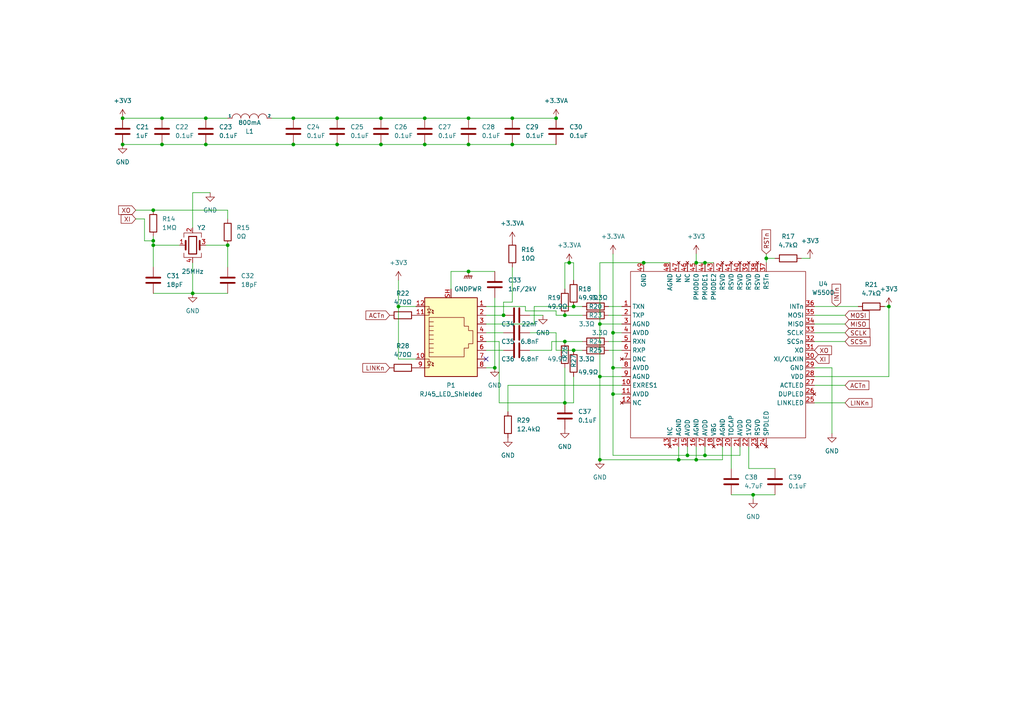
<source format=kicad_sch>
(kicad_sch (version 20211123) (generator eeschema)
  (paper "A4")
  (lib_symbols
    (symbol "01-rickbassham:W5500"
      (property "Reference" "U" (at -39.37 29.21 0))
      (property "Value" "W5500" (at -36.83 31.75 0))
      (symbol "W5500_0_1"
        (rectangle (start -25.4 24.13) (end 25.4 -24.13))
      )
      (symbol "W5500_1_1"
        (pin output line (at -27.94 13.97 0) (length 2.54) (name "TXN") (number "1"))
        (pin output line (at -27.94 -8.89 0) (length 2.54) (name "EXRES1") (number "10"))
        (pin output line (at -27.94 -11.43 0) (length 2.54) (name "AVDD") (number "11"))
        (pin no_connect line (at -27.94 -13.97 0) (length 2.54) (name "NC") (number "12"))
        (pin no_connect line (at -13.97 -26.67 90) (length 2.54) (name "NC") (number "13"))
        (pin output line (at -11.43 -26.67 90) (length 2.54) (name "AGND") (number "14"))
        (pin output line (at -8.89 -26.67 90) (length 2.54) (name "AVDD") (number "15"))
        (pin output line (at -6.35 -26.67 90) (length 2.54) (name "AGND") (number "16"))
        (pin output line (at -3.81 -26.67 90) (length 2.54) (name "AVDD") (number "17"))
        (pin no_connect line (at -1.27 -26.67 90) (length 2.54) (name "VBG") (number "18"))
        (pin output line (at 1.27 -26.67 90) (length 2.54) (name "AGND") (number "19"))
        (pin output line (at -27.94 11.43 0) (length 2.54) (name "TXP") (number "2"))
        (pin output line (at 3.81 -26.67 90) (length 2.54) (name "TOCAP") (number "20"))
        (pin output line (at 6.35 -26.67 90) (length 2.54) (name "AVDD") (number "21"))
        (pin output line (at 8.89 -26.67 90) (length 2.54) (name "1V2O") (number "22"))
        (pin no_connect line (at 11.43 -26.67 90) (length 2.54) (name "RSVD") (number "23"))
        (pin no_connect line (at 13.97 -26.67 90) (length 2.54) (name "SPDLED") (number "24"))
        (pin output line (at 27.94 -13.97 180) (length 2.54) (name "LINKLED") (number "25"))
        (pin no_connect line (at 27.94 -11.43 180) (length 2.54) (name "DUPLED") (number "26"))
        (pin output line (at 27.94 -8.89 180) (length 2.54) (name "ACTLED") (number "27"))
        (pin output line (at 27.94 -6.35 180) (length 2.54) (name "VDD") (number "28"))
        (pin output line (at 27.94 -3.81 180) (length 2.54) (name "GND") (number "29"))
        (pin output line (at -27.94 8.89 0) (length 2.54) (name "AGND") (number "3"))
        (pin output line (at 27.94 -1.27 180) (length 2.54) (name "XI/CLKIN") (number "30"))
        (pin output line (at 27.94 1.27 180) (length 2.54) (name "XO") (number "31"))
        (pin output line (at 27.94 3.81 180) (length 2.54) (name "SCSn") (number "32"))
        (pin output line (at 27.94 6.35 180) (length 2.54) (name "SCLK") (number "33"))
        (pin output line (at 27.94 8.89 180) (length 2.54) (name "MISO") (number "34"))
        (pin output line (at 27.94 11.43 180) (length 2.54) (name "MOSI") (number "35"))
        (pin output line (at 27.94 13.97 180) (length 2.54) (name "INTn") (number "36"))
        (pin output line (at 13.97 26.67 270) (length 2.54) (name "RSTn") (number "37"))
        (pin no_connect line (at 11.43 26.67 270) (length 2.54) (name "RSVD") (number "38"))
        (pin no_connect line (at 8.89 26.67 270) (length 2.54) (name "RSVD") (number "39"))
        (pin output line (at -27.94 6.35 0) (length 2.54) (name "AVDD") (number "4"))
        (pin no_connect line (at 6.35 26.67 270) (length 2.54) (name "RSVD") (number "40"))
        (pin no_connect line (at 3.81 26.67 270) (length 2.54) (name "RSVD") (number "41"))
        (pin no_connect line (at 1.27 26.67 270) (length 2.54) (name "RSVD") (number "42"))
        (pin output line (at -1.27 26.67 270) (length 2.54) (name "PMODE2") (number "43"))
        (pin output line (at -3.81 26.67 270) (length 2.54) (name "PMODE1") (number "44"))
        (pin output line (at -6.35 26.67 270) (length 2.54) (name "PMODE0") (number "45"))
        (pin no_connect line (at -8.89 26.67 270) (length 2.54) (name "NC") (number "46"))
        (pin no_connect line (at -11.43 26.67 270) (length 2.54) (name "NC") (number "47"))
        (pin output line (at -13.97 26.67 270) (length 2.54) (name "AGND") (number "48"))
        (pin output line (at -21.59 26.67 270) (length 2.54) (name "GND") (number "49"))
        (pin output line (at -27.94 3.81 0) (length 2.54) (name "RXN") (number "5"))
        (pin output line (at -27.94 1.27 0) (length 2.54) (name "RXP") (number "6"))
        (pin no_connect line (at -27.94 -1.27 0) (length 2.54) (name "DNC") (number "7"))
        (pin output line (at -27.94 -3.81 0) (length 2.54) (name "AVDD") (number "8"))
        (pin output line (at -27.94 -6.35 0) (length 2.54) (name "AGND") (number "9"))
      )
    )
    (symbol "Connector:RJ45_LED_Shielded" (pin_names (offset 1.016))
      (property "Reference" "J" (at -5.08 13.97 0))
      (property "Value" "RJ45_LED_Shielded" (at 1.27 13.97 0))
      (symbol "RJ45_LED_Shielded_0_1"
        (polyline (pts (xy -7.62 -7.62) (xy -6.35 -7.62)))
        (polyline (pts (xy -7.62 -5.08) (xy -6.35 -5.08)))
        (polyline (pts (xy -7.62 7.62) (xy -6.35 7.62)))
        (polyline (pts (xy -7.62 10.16) (xy -6.35 10.16)))
        (polyline (pts (xy -6.858 -5.842) (xy -5.842 -5.842)))
        (polyline (pts (xy -6.858 9.398) (xy -5.842 9.398)))
        (polyline (pts (xy -6.35 -7.62) (xy -6.35 -6.858)))
        (polyline (pts (xy -6.35 -5.08) (xy -6.35 -5.842)))
        (polyline (pts (xy -6.35 7.62) (xy -6.35 8.382)))
        (polyline (pts (xy -6.35 10.16) (xy -6.35 9.398)))
        (polyline (pts (xy -5.08 -6.223) (xy -5.207 -6.604)))
        (polyline (pts (xy -5.08 -5.588) (xy -5.207 -5.969)))
        (polyline (pts (xy -5.08 4.445) (xy -6.35 4.445)))
        (polyline (pts (xy -5.08 5.715) (xy -6.35 5.715)))
        (polyline (pts (xy -5.08 9.017) (xy -5.207 8.636)))
        (polyline (pts (xy -5.08 9.652) (xy -5.207 9.271)))
        (polyline (pts (xy -6.35 -3.175) (xy -5.08 -3.175) (xy -5.08 -3.175)))
        (polyline (pts (xy -6.35 -1.905) (xy -5.08 -1.905) (xy -5.08 -1.905)))
        (polyline (pts (xy -6.35 -0.635) (xy -5.08 -0.635) (xy -5.08 -0.635)))
        (polyline (pts (xy -6.35 0.635) (xy -5.08 0.635) (xy -5.08 0.635)))
        (polyline (pts (xy -6.35 1.905) (xy -5.08 1.905) (xy -5.08 1.905)))
        (polyline (pts (xy -5.588 -6.731) (xy -5.08 -6.223) (xy -5.461 -6.35)))
        (polyline (pts (xy -5.588 -6.096) (xy -5.08 -5.588) (xy -5.461 -5.715)))
        (polyline (pts (xy -5.588 8.509) (xy -5.08 9.017) (xy -5.461 8.89)))
        (polyline (pts (xy -5.588 9.144) (xy -5.08 9.652) (xy -5.461 9.525)))
        (polyline (pts (xy -5.08 3.175) (xy -6.35 3.175) (xy -6.35 3.175)))
        (polyline (pts (xy -6.35 -5.842) (xy -6.858 -6.858) (xy -5.842 -6.858) (xy -6.35 -5.842)))
        (polyline (pts (xy -6.35 9.398) (xy -6.858 8.382) (xy -5.842 8.382) (xy -6.35 9.398)))
        (polyline (pts (xy -6.35 -4.445) (xy -6.35 6.985) (xy 3.81 6.985) (xy 3.81 4.445) (xy 5.08 4.445) (xy 5.08 3.175) (xy 6.35 3.175) (xy 6.35 -0.635) (xy 5.08 -0.635) (xy 5.08 -1.905) (xy 3.81 -1.905) (xy 3.81 -4.445) (xy -6.35 -4.445) (xy -6.35 -4.445)))
        (rectangle (start 7.62 12.7) (end -7.62 -10.16) (stroke (width 0.254)) (fill (type background)))
      )
      (symbol "RJ45_LED_Shielded_1_1"
        (pin passive line (at 10.16 -7.62 180) (length 2.54) (name "~") (number "1"))
        (pin passive line (at -10.16 7.62 0) (length 2.54) (name "~") (number "10"))
        (pin passive line (at -10.16 -5.08 0) (length 2.54) (name "~") (number "11"))
        (pin passive line (at -10.16 -7.62 0) (length 2.54) (name "~") (number "12"))
        (pin passive line (at 10.16 -5.08 180) (length 2.54) (name "~") (number "2"))
        (pin passive line (at 10.16 -2.54 180) (length 2.54) (name "~") (number "3"))
        (pin passive line (at 10.16 0 180) (length 2.54) (name "~") (number "4"))
        (pin passive line (at 10.16 2.54 180) (length 2.54) (name "~") (number "5"))
        (pin passive line (at 10.16 5.08 180) (length 2.54) (name "~") (number "6"))
        (pin passive line (at 10.16 7.62 180) (length 2.54) (name "~") (number "7"))
        (pin passive line (at 10.16 10.16 180) (length 2.54) (name "~") (number "8"))
        (pin passive line (at -10.16 10.16 0) (length 2.54) (name "~") (number "9"))
        (pin passive line (at 0 -12.7 90) (length 2.54) (name "~") (number "SH"))
      )
    )
    (symbol "Device:C" (pin_numbers hide) (pin_names (offset 0.254))
      (property "Reference" "C" (at 0.635 2.54 0))
      (property "Value" "C" (at 0.635 -2.54 0))
      (symbol "C_0_1"
        (polyline (pts (xy -2.032 -0.762) (xy 2.032 -0.762)) (stroke (width 0.508)))
        (polyline (pts (xy -2.032 0.762) (xy 2.032 0.762)) (stroke (width 0.508)))
      )
      (symbol "C_1_1"
        (pin passive line (at 0 3.81 270) (length 2.794) (name "~") (number "1"))
        (pin passive line (at 0 -3.81 90) (length 2.794) (name "~") (number "2"))
      )
    )
    (symbol "Device:Crystal_GND24" (pin_names (offset 1.016) hide)
      (property "Reference" "Y" (at 3.175 5.08 0))
      (property "Value" "Crystal_GND24" (at 3.175 3.175 0))
      (symbol "Crystal_GND24_0_1"
        (rectangle (start -1.143 2.54) (end 1.143 -2.54) (stroke (width 0.3048)))
        (polyline (pts (xy -2.54 0) (xy -2.032 0)))
        (polyline (pts (xy -2.032 -1.27) (xy -2.032 1.27)) (stroke (width 0.508)))
        (polyline (pts (xy 0 -3.81) (xy 0 -3.556)))
        (polyline (pts (xy 0 3.556) (xy 0 3.81)))
        (polyline (pts (xy 2.032 -1.27) (xy 2.032 1.27)) (stroke (width 0.508)))
        (polyline (pts (xy 2.032 0) (xy 2.54 0)))
        (polyline (pts (xy -2.54 -2.286) (xy -2.54 -3.556) (xy 2.54 -3.556) (xy 2.54 -2.286)))
        (polyline (pts (xy -2.54 2.286) (xy -2.54 3.556) (xy 2.54 3.556) (xy 2.54 2.286)))
      )
      (symbol "Crystal_GND24_1_1"
        (pin passive line (at -3.81 0 0) (length 1.27) (name "1") (number "1"))
        (pin passive line (at 0 5.08 270) (length 1.27) (name "2") (number "2"))
        (pin passive line (at 3.81 0 180) (length 1.27) (name "3") (number "3"))
        (pin passive line (at 0 -5.08 90) (length 1.27) (name "4") (number "4"))
      )
    )
    (symbol "Device:R" (pin_numbers hide) (pin_names (offset 0))
      (property "Reference" "R" (at 2.032 0 90))
      (property "Value" "R" (at 0 0 90))
      (symbol "R_0_1"
        (rectangle (start -1.016 -2.54) (end 1.016 2.54) (stroke (width 0.254)))
      )
      (symbol "R_1_1"
        (pin passive line (at 0 3.81 270) (length 1.27) (name "~") (number "1"))
        (pin passive line (at 0 -3.81 90) (length 1.27) (name "~") (number "2"))
      )
    )
    (symbol "power:+3.3V" (power) (pin_names (offset 0))
      (property "Value" "+3.3V" (at 0 3.556 0))
      (symbol "+3.3V_0_1"
        (polyline (pts (xy -0.762 1.27) (xy 0 2.54)))
        (polyline (pts (xy 0 0) (xy 0 2.54)))
        (polyline (pts (xy 0 2.54) (xy 0.762 1.27)))
      )
      (symbol "+3.3V_1_1"
        (pin power_in line (at 0 0 90) (length 0) hide (name "+3V3") (number "1"))
      )
    )
    (symbol "power:+3.3VA" (power) (pin_names (offset 0))
      (property "Value" "+3.3VA" (at 0 3.556 0))
      (symbol "+3.3VA_0_1"
        (polyline (pts (xy -0.762 1.27) (xy 0 2.54)))
        (polyline (pts (xy 0 0) (xy 0 2.54)))
        (polyline (pts (xy 0 2.54) (xy 0.762 1.27)))
      )
      (symbol "+3.3VA_1_1"
        (pin power_in line (at 0 0 90) (length 0) hide (name "+3.3VA") (number "1"))
      )
    )
    (symbol "power:GND" (power) (pin_names (offset 0))
      (property "Value" "GND" (at 0 -3.81 0))
      (symbol "GND_0_1"
        (polyline (pts (xy 0 0) (xy 0 -1.27) (xy 1.27 -1.27) (xy 0 -2.54) (xy -1.27 -1.27) (xy 0 -1.27)))
      )
      (symbol "GND_1_1"
        (pin power_in line (at 0 0 270) (length 0) hide (name "GND") (number "1"))
      )
    )
    (symbol "power:GNDPWR" (power) (pin_names (offset 0))
      (property "Value" "GNDPWR" (at 0 -3.302 0))
      (symbol "GNDPWR_0_1"
        (polyline (pts (xy 0 -1.27) (xy 0 0)))
        (polyline (pts (xy -1.016 -1.27) (xy -1.27 -2.032) (xy -1.27 -2.032)) (stroke (width 0.2032)))
        (polyline (pts (xy -0.508 -1.27) (xy -0.762 -2.032) (xy -0.762 -2.032)) (stroke (width 0.2032)))
        (polyline (pts (xy 0 -1.27) (xy -0.254 -2.032) (xy -0.254 -2.032)) (stroke (width 0.2032)))
        (polyline (pts (xy 0.508 -1.27) (xy 0.254 -2.032) (xy 0.254 -2.032)) (stroke (width 0.2032)))
        (polyline (pts (xy 1.016 -1.27) (xy -1.016 -1.27) (xy -1.016 -1.27)) (stroke (width 0.2032)))
        (polyline (pts (xy 1.016 -1.27) (xy 0.762 -2.032) (xy 0.762 -2.032) (xy 0.762 -2.032)) (stroke (width 0.2032)))
      )
      (symbol "GNDPWR_1_1"
        (pin power_in line (at 0 0 270) (length 0) hide (name "GNDPWR") (number "1"))
      )
    )
    (symbol "pspice:INDUCTOR" (pin_numbers hide) (pin_names (offset 0))
      (property "Reference" "L" (at 0 2.54 0))
      (property "Value" "INDUCTOR" (at 0 -1.27 0))
      (symbol "INDUCTOR_0_1"
        (arc (start -2.54 0) (mid -3.81 1.27) (end -5.08 0))
        (arc (start 0 0) (mid -1.27 1.27) (end -2.54 0))
        (arc (start 2.54 0) (mid 1.27 1.27) (end 0 0))
        (arc (start 5.08 0) (mid 3.81 1.27) (end 2.54 0))
      )
      (symbol "INDUCTOR_1_1"
        (pin input line (at -6.35 0 0) (length 1.27) (name "1") (number "1"))
        (pin input line (at 6.35 0 180) (length 1.27) (name "2") (number "2"))
      )
    )
  )
  (junction (at 199.39 132.08))
  (junction (at 143.51 106.68))
  (junction (at 35.56 41.91))
  (junction (at 173.99 93.98))
  (junction (at 166.37 101.6))
  (junction (at 66.04 71.12))
  (junction (at 44.45 69.85))
  (junction (at 115.57 88.9))
  (junction (at 97.79 34.29))
  (junction (at 222.25 74.93))
  (junction (at 148.59 34.29))
  (junction (at 46.99 34.29))
  (junction (at 163.83 116.84))
  (junction (at 161.29 34.29))
  (junction (at 218.44 143.51))
  (junction (at 201.93 133.35))
  (junction (at 163.83 91.44))
  (junction (at 186.69 76.2))
  (junction (at 146.05 91.44))
  (junction (at 135.89 34.29))
  (junction (at 135.89 41.91))
  (junction (at 165.1 76.2))
  (junction (at 166.37 88.9))
  (junction (at 123.19 34.29))
  (junction (at 59.69 41.91))
  (junction (at 204.47 76.2))
  (junction (at 177.8 114.3))
  (junction (at 177.8 96.52))
  (junction (at 201.93 76.2))
  (junction (at 110.49 41.91))
  (junction (at 97.79 41.91))
  (junction (at 110.49 34.29))
  (junction (at 55.88 85.09))
  (junction (at 59.69 34.29))
  (junction (at 177.8 106.68))
  (junction (at 163.83 99.06))
  (junction (at 257.81 88.9))
  (junction (at 196.85 133.35))
  (junction (at 135.89 78.74))
  (junction (at 85.09 34.29))
  (junction (at 46.99 41.91))
  (junction (at 204.47 132.08))
  (junction (at 173.99 133.35))
  (junction (at 148.59 41.91))
  (junction (at 123.19 41.91))
  (junction (at 35.56 34.29))
  (junction (at 173.99 109.22))
  (junction (at 85.09 41.91))
  (junction (at 44.45 71.12))
  (junction (at 44.45 60.96))
  (no_connect (at 140.97 104.14))
  (wire (pts (xy 148.59 34.29) (xy 161.29 34.29)))
  (wire (pts (xy 154.94 93.98) (xy 154.94 88.9)))
  (wire (pts (xy 143.51 106.68) (xy 140.97 106.68)))
  (wire (pts (xy 236.22 99.06) (xy 245.11 99.06)))
  (wire (pts (xy 66.04 71.12) (xy 66.04 77.47)))
  (wire (pts (xy 66.04 60.96) (xy 44.45 60.96)))
  (wire (pts (xy 130.81 78.74) (xy 130.81 83.82)))
  (wire (pts (xy 176.53 91.44) (xy 180.34 91.44)))
  (wire (pts (xy 224.79 74.93) (xy 222.25 74.93)))
  (wire (pts (xy 245.11 91.44) (xy 236.22 91.44)))
  (wire (pts (xy 236.22 93.98) (xy 245.11 93.98)))
  (wire (pts (xy 209.55 129.54) (xy 209.55 133.35)))
  (wire (pts (xy 123.19 34.29) (xy 135.89 34.29)))
  (wire (pts (xy 160.02 99.06) (xy 163.83 99.06)))
  (wire (pts (xy 39.37 60.96) (xy 44.45 60.96)))
  (wire (pts (xy 44.45 71.12) (xy 44.45 77.47)))
  (wire (pts (xy 115.57 88.9) (xy 120.65 88.9)))
  (wire (pts (xy 173.99 93.98) (xy 173.99 109.22)))
  (wire (pts (xy 201.93 73.66) (xy 201.93 76.2)))
  (wire (pts (xy 173.99 109.22) (xy 180.34 109.22)))
  (wire (pts (xy 144.78 99.06) (xy 144.78 116.84)))
  (wire (pts (xy 148.59 87.63) (xy 146.05 87.63)))
  (wire (pts (xy 46.99 41.91) (xy 59.69 41.91)))
  (wire (pts (xy 148.59 41.91) (xy 161.29 41.91)))
  (wire (pts (xy 234.95 74.93) (xy 232.41 74.93)))
  (wire (pts (xy 177.8 73.66) (xy 177.8 96.52)))
  (wire (pts (xy 214.63 132.08) (xy 204.47 132.08)))
  (wire (pts (xy 201.93 76.2) (xy 204.47 76.2)))
  (wire (pts (xy 39.37 63.5) (xy 41.91 63.5)))
  (wire (pts (xy 135.89 34.29) (xy 148.59 34.29)))
  (wire (pts (xy 154.94 88.9) (xy 166.37 88.9)))
  (wire (pts (xy 160.02 101.6) (xy 160.02 99.06)))
  (wire (pts (xy 166.37 88.9) (xy 168.91 88.9)))
  (wire (pts (xy 147.32 119.38) (xy 147.32 111.76)))
  (wire (pts (xy 46.99 34.29) (xy 59.69 34.29)))
  (wire (pts (xy 59.69 34.29) (xy 66.04 34.29)))
  (wire (pts (xy 135.89 78.74) (xy 130.81 78.74)))
  (wire (pts (xy 236.22 106.68) (xy 241.3 106.68)))
  (wire (pts (xy 176.53 99.06) (xy 180.34 99.06)))
  (wire (pts (xy 143.51 86.36) (xy 143.51 106.68)))
  (wire (pts (xy 55.88 76.2) (xy 55.88 85.09)))
  (wire (pts (xy 147.32 111.76) (xy 180.34 111.76)))
  (wire (pts (xy 152.4 90.17) (xy 161.29 90.17)))
  (wire (pts (xy 163.83 76.2) (xy 165.1 76.2)))
  (wire (pts (xy 161.29 101.6) (xy 166.37 101.6)))
  (wire (pts (xy 186.69 76.2) (xy 194.31 76.2)))
  (wire (pts (xy 222.25 73.66) (xy 222.25 74.93)))
  (wire (pts (xy 59.69 41.91) (xy 85.09 41.91)))
  (wire (pts (xy 85.09 41.91) (xy 97.79 41.91)))
  (wire (pts (xy 97.79 34.29) (xy 110.49 34.29)))
  (wire (pts (xy 199.39 129.54) (xy 199.39 132.08)))
  (wire (pts (xy 212.09 129.54) (xy 212.09 135.89)))
  (wire (pts (xy 214.63 129.54) (xy 214.63 132.08)))
  (wire (pts (xy 146.05 87.63) (xy 146.05 91.44)))
  (wire (pts (xy 204.47 129.54) (xy 204.47 132.08)))
  (wire (pts (xy 153.67 101.6) (xy 160.02 101.6)))
  (wire (pts (xy 59.69 71.12) (xy 66.04 71.12)))
  (wire (pts (xy 41.91 63.5) (xy 41.91 69.85)))
  (wire (pts (xy 209.55 133.35) (xy 201.93 133.35)))
  (wire (pts (xy 177.8 96.52) (xy 180.34 96.52)))
  (wire (pts (xy 180.34 106.68) (xy 177.8 106.68)))
  (wire (pts (xy 201.93 129.54) (xy 201.93 133.35)))
  (wire (pts (xy 163.83 99.06) (xy 168.91 99.06)))
  (wire (pts (xy 177.8 114.3) (xy 177.8 106.68)))
  (wire (pts (xy 217.17 129.54) (xy 217.17 135.89)))
  (wire (pts (xy 66.04 63.5) (xy 66.04 60.96)))
  (wire (pts (xy 199.39 132.08) (xy 204.47 132.08)))
  (wire (pts (xy 176.53 88.9) (xy 180.34 88.9)))
  (wire (pts (xy 144.78 116.84) (xy 163.83 116.84)))
  (wire (pts (xy 222.25 74.93) (xy 222.25 76.2)))
  (wire (pts (xy 163.83 83.82) (xy 163.83 76.2)))
  (wire (pts (xy 245.11 111.76) (xy 236.22 111.76)))
  (wire (pts (xy 161.29 90.17) (xy 161.29 91.44)))
  (wire (pts (xy 140.97 88.9) (xy 152.4 88.9)))
  (wire (pts (xy 35.56 41.91) (xy 46.99 41.91)))
  (wire (pts (xy 148.59 77.47) (xy 148.59 87.63)))
  (wire (pts (xy 166.37 116.84) (xy 163.83 116.84)))
  (wire (pts (xy 153.67 96.52) (xy 161.29 96.52)))
  (wire (pts (xy 110.49 34.29) (xy 123.19 34.29)))
  (wire (pts (xy 44.45 85.09) (xy 55.88 85.09)))
  (wire (pts (xy 196.85 129.54) (xy 196.85 133.35)))
  (wire (pts (xy 196.85 133.35) (xy 201.93 133.35)))
  (wire (pts (xy 115.57 88.9) (xy 115.57 104.14)))
  (wire (pts (xy 241.3 106.68) (xy 241.3 125.73)))
  (wire (pts (xy 135.89 78.74) (xy 143.51 78.74)))
  (wire (pts (xy 218.44 144.78) (xy 218.44 143.51)))
  (wire (pts (xy 177.8 132.08) (xy 177.8 114.3)))
  (wire (pts (xy 176.53 101.6) (xy 180.34 101.6)))
  (wire (pts (xy 256.54 88.9) (xy 257.81 88.9)))
  (wire (pts (xy 85.09 34.29) (xy 97.79 34.29)))
  (wire (pts (xy 236.22 96.52) (xy 245.11 96.52)))
  (wire (pts (xy 41.91 69.85) (xy 44.45 69.85)))
  (wire (pts (xy 97.79 41.91) (xy 110.49 41.91)))
  (wire (pts (xy 217.17 135.89) (xy 224.79 135.89)))
  (wire (pts (xy 163.83 91.44) (xy 168.91 91.44)))
  (wire (pts (xy 204.47 76.2) (xy 207.01 76.2)))
  (wire (pts (xy 236.22 109.22) (xy 257.81 109.22)))
  (wire (pts (xy 140.97 99.06) (xy 144.78 99.06)))
  (wire (pts (xy 173.99 76.2) (xy 173.99 93.98)))
  (wire (pts (xy 161.29 96.52) (xy 161.29 101.6)))
  (wire (pts (xy 140.97 96.52) (xy 146.05 96.52)))
  (wire (pts (xy 140.97 91.44) (xy 146.05 91.44)))
  (wire (pts (xy 123.19 41.91) (xy 135.89 41.91)))
  (wire (pts (xy 115.57 81.28) (xy 115.57 88.9)))
  (wire (pts (xy 236.22 88.9) (xy 248.92 88.9)))
  (wire (pts (xy 44.45 69.85) (xy 44.45 71.12)))
  (wire (pts (xy 173.99 93.98) (xy 180.34 93.98)))
  (wire (pts (xy 55.88 66.04) (xy 55.88 55.88)))
  (wire (pts (xy 35.56 34.29) (xy 46.99 34.29)))
  (wire (pts (xy 166.37 76.2) (xy 165.1 76.2)))
  (wire (pts (xy 55.88 85.09) (xy 66.04 85.09)))
  (wire (pts (xy 186.69 76.2) (xy 173.99 76.2)))
  (wire (pts (xy 135.89 41.91) (xy 148.59 41.91)))
  (wire (pts (xy 153.67 91.44) (xy 157.48 91.44)))
  (wire (pts (xy 120.65 104.14) (xy 115.57 104.14)))
  (wire (pts (xy 166.37 101.6) (xy 168.91 101.6)))
  (wire (pts (xy 163.83 106.68) (xy 163.83 116.84)))
  (wire (pts (xy 212.09 143.51) (xy 218.44 143.51)))
  (wire (pts (xy 236.22 116.84) (xy 245.11 116.84)))
  (wire (pts (xy 52.07 71.12) (xy 44.45 71.12)))
  (wire (pts (xy 177.8 132.08) (xy 199.39 132.08)))
  (wire (pts (xy 173.99 109.22) (xy 173.99 133.35)))
  (wire (pts (xy 166.37 81.28) (xy 166.37 76.2)))
  (wire (pts (xy 166.37 109.22) (xy 166.37 116.84)))
  (wire (pts (xy 177.8 114.3) (xy 180.34 114.3)))
  (wire (pts (xy 177.8 106.68) (xy 177.8 96.52)))
  (wire (pts (xy 44.45 68.58) (xy 44.45 69.85)))
  (wire (pts (xy 161.29 91.44) (xy 163.83 91.44)))
  (wire (pts (xy 140.97 101.6) (xy 146.05 101.6)))
  (wire (pts (xy 78.74 34.29) (xy 85.09 34.29)))
  (wire (pts (xy 140.97 93.98) (xy 154.94 93.98)))
  (wire (pts (xy 55.88 55.88) (xy 60.96 55.88)))
  (wire (pts (xy 152.4 88.9) (xy 152.4 90.17)))
  (wire (pts (xy 110.49 41.91) (xy 123.19 41.91)))
  (wire (pts (xy 218.44 143.51) (xy 224.79 143.51)))
  (wire (pts (xy 173.99 133.35) (xy 196.85 133.35)))
  (wire (pts (xy 257.81 109.22) (xy 257.81 88.9)))
  (global_label "ACTn" (shape input) (at 245.11 111.76 0) (property "Intersheet References" "${INTERSHEET_REFS}" (effects hide)))
  (global_label "XI" (shape input) (at 236.22 104.14 0) (property "Intersheet References" "${INTERSHEET_REFS}" (effects hide)))
  (global_label "XO" (shape input) (at 39.37 60.96 180) (property "Intersheet References" "${INTERSHEET_REFS}" (effects hide)))
  (global_label "XI" (shape input) (at 39.37 63.5 180) (property "Intersheet References" "${INTERSHEET_REFS}" (effects hide)))
  (global_label "SCSn" (shape input) (at 245.11 99.06 0) (property "Intersheet References" "${INTERSHEET_REFS}" (effects hide)))
  (global_label "LINKn" (shape input) (at 245.11 116.84 0) (property "Intersheet References" "${INTERSHEET_REFS}" (effects hide)))
  (global_label "MOSI" (shape input) (at 245.11 91.44 0) (property "Intersheet References" "${INTERSHEET_REFS}" (effects hide)))
  (global_label "XO" (shape input) (at 236.22 101.6 0) (property "Intersheet References" "${INTERSHEET_REFS}" (effects hide)))
  (global_label "LINKn" (shape input) (at 113.03 106.68 180) (property "Intersheet References" "${INTERSHEET_REFS}" (effects hide)))
  (global_label "ACTn" (shape input) (at 113.03 91.44 180) (property "Intersheet References" "${INTERSHEET_REFS}" (effects hide)))
  (global_label "INTn" (shape input) (at 242.57 88.9 90) (property "Intersheet References" "${INTERSHEET_REFS}" (effects hide)))
  (global_label "RSTn" (shape input) (at 222.25 73.66 90) (property "Intersheet References" "${INTERSHEET_REFS}" (effects hide)))
  (global_label "MISO" (shape input) (at 245.11 93.98 0) (property "Intersheet References" "${INTERSHEET_REFS}" (effects hide)))
  (global_label "SCLK" (shape input) (at 245.11 96.52 0) (property "Intersheet References" "${INTERSHEET_REFS}" (effects hide)))
  (symbol (lib_id "power:GND") (at 143.51 106.68 0) (unit 1)
    (property "Reference" "#PWR051" (effects hide))
    (property "Value" "GND" (at 143.51 111.76 0))
  )
  (symbol (lib_id "Device:R") (at 172.72 101.6 90) (unit 1)
    (property "Reference" "R25" (at 172.72 101.6 90))
    (property "Value" "3.3Ω" (at 170.18 104.14 90))
    (property "Footprint" "Resistor_SMD:R_0402_1005Metric" (effects hide))
    (property "LCSC" "C269403" (effects hide))
    (property "JLCPCB Class" "E" (effects hide))
  )
  (symbol (lib_id "Device:R") (at 252.73 88.9 270) (unit 1)
    (property "Reference" "R21" (at 252.73 82.55 90))
    (property "Value" "4.7kΩ" (at 252.73 85.09 90))
    (property "Footprint" "Resistor_SMD:R_0402_1005Metric" (effects hide))
    (property "LCSC" "C25900" (effects hide))
    (property "JLCPCB Class" "B" (effects hide))
  )
  (symbol (lib_id "power:GND") (at 35.56 41.91 0) (unit 1)
    (property "Reference" "#PWR039" (effects hide))
    (property "Value" "GND" (at 35.56 46.99 0))
  )
  (symbol (lib_id "Device:R") (at 116.84 91.44 90) (unit 1)
    (property "Reference" "R22" (at 116.84 85.09 90))
    (property "Value" "470Ω" (at 116.84 87.63 90))
    (property "Footprint" "Resistor_SMD:R_0402_1005Metric" (effects hide))
    (property "LCSC" "C25117" (effects hide))
    (property "JLCPCB Class" "B" (effects hide))
  )
  (symbol (lib_id "Device:C") (at 149.86 101.6 90) (unit 1)
    (property "Reference" "C36" (at 147.32 104.14 90))
    (property "Value" "6.8nF" (at 153.67 104.14 90))
    (property "Footprint" "Capacitor_SMD:C_0402_1005Metric" (effects hide))
    (property "LCSC" "C1542" (effects hide))
    (property "JLCPCB Class" "B" (effects hide))
  )
  (symbol (lib_id "Device:C") (at 163.83 120.65 0) (unit 1)
    (property "Reference" "C37" (at 167.64 119.3799 0) (effects (justify left)))
    (property "Value" "0.1uF" (at 167.64 121.9199 0) (effects (justify left)))
    (property "Footprint" "Capacitor_SMD:C_0402_1005Metric" (effects hide))
    (property "LCSC" "C1525" (effects hide))
    (property "JLCPCB Class" "B" (effects hide))
  )
  (symbol (lib_id "Device:C") (at 135.89 38.1 0) (unit 1)
    (property "Reference" "C28" (at 139.7 36.8299 0) (effects (justify left)))
    (property "Value" "0.1uF" (at 139.7 39.3699 0) (effects (justify left)))
    (property "Footprint" "Capacitor_SMD:C_0402_1005Metric" (effects hide))
    (property "LCSC" "C1525" (effects hide))
    (property "JLCPCB Class" "B" (effects hide))
  )
  (symbol (lib_id "power:+3.3VA") (at 177.8 73.66 0) (unit 1)
    (property "Reference" "#PWR042" (effects hide))
    (property "Value" "+3.3VA" (at 177.8 68.58 0))
  )
  (symbol (lib_id "power:+3.3VA") (at 148.59 69.85 0) (unit 1)
    (property "Reference" "#PWR041" (effects hide))
    (property "Value" "+3.3VA" (at 148.59 64.77 0))
  )
  (symbol (lib_id "Device:C") (at 110.49 38.1 0) (unit 1)
    (property "Reference" "C26" (at 114.3 36.8299 0) (effects (justify left)))
    (property "Value" "0.1uF" (at 114.3 39.3699 0) (effects (justify left)))
    (property "Footprint" "Capacitor_SMD:C_0402_1005Metric" (effects hide))
    (property "LCSC" "C1525" (effects hide))
    (property "JLCPCB Class" "B" (effects hide))
  )
  (symbol (lib_id "power:+3.3V") (at 201.93 73.66 0) (unit 1)
    (property "Reference" "#PWR043" (effects hide))
    (property "Value" "+3.3V" (at 201.93 68.58 0))
  )
  (symbol (lib_id "power:GND") (at 241.3 125.73 0) (unit 1)
    (property "Reference" "#PWR053" (effects hide))
    (property "Value" "GND" (at 241.3 130.81 0))
  )
  (symbol (lib_id "Device:C") (at 224.79 139.7 0) (unit 1)
    (property "Reference" "C39" (at 228.6 138.4299 0) (effects (justify left)))
    (property "Value" "0.1uF" (at 228.6 140.9699 0) (effects (justify left)))
    (property "Footprint" "Capacitor_SMD:C_0402_1005Metric" (effects hide))
    (property "LCSC" "C1525" (effects hide))
    (property "JLCPCB Class" "B" (effects hide))
  )
  (symbol (lib_id "power:+3.3V") (at 115.57 81.28 0) (unit 1)
    (property "Reference" "#PWR047" (effects hide))
    (property "Value" "+3.3V" (at 115.57 76.2 0))
  )
  (symbol (lib_id "power:GND") (at 157.48 91.44 0) (unit 1)
    (property "Reference" "#PWR050" (effects hide))
    (property "Value" "GND" (at 157.48 96.52 0))
  )
  (symbol (lib_id "power:GND") (at 147.32 127 0) (unit 1)
    (property "Reference" "#PWR054" (effects hide))
    (property "Value" "GND" (at 147.32 132.08 0))
  )
  (symbol (lib_id "Device:C") (at 46.99 38.1 0) (unit 1)
    (property "Reference" "C22" (at 50.8 36.8299 0) (effects (justify left)))
    (property "Value" "0.1uF" (at 50.8 39.3699 0) (effects (justify left)))
    (property "Footprint" "Capacitor_SMD:C_0402_1005Metric" (effects hide))
    (property "LCSC" "C1525" (effects hide))
    (property "JLCPCB Class" "B" (effects hide))
  )
  (symbol (lib_id "01-rickbassham:W5500") (at 208.28 102.87 0) (unit 1)
    (property "Reference" "U4" (at 238.76 82.3212 0))
    (property "Value" "W5500" (at 238.76 84.8612 0))
    (property "Footprint" "Package_QFP:LQFP-48-1EP_7x7mm_P0.5mm_EP3.6x3.6mm" (effects hide))
    (property "LCSC" "C32843" (effects hide))
    (property "JLCPCB Class" "E" (effects hide))
  )
  (symbol (lib_id "Device:R") (at 148.59 73.66 180) (unit 1)
    (property "Reference" "R16" (at 151.13 72.3899 0) (effects (justify right)))
    (property "Value" "10Ω" (at 151.13 74.9299 0) (effects (justify right)))
    (property "Footprint" "Resistor_SMD:R_0402_1005Metric" (effects hide))
    (property "LCSC" "C25077" (effects hide))
    (property "JLCPCB Class" "B" (effects hide))
  )
  (symbol (lib_id "Device:R") (at 163.83 87.63 180) (unit 1)
    (property "Reference" "R19" (at 158.75 86.36 0) (effects (justify right)))
    (property "Value" "49.9Ω" (at 158.75 88.9 0) (effects (justify right)))
    (property "Footprint" "Resistor_SMD:R_0402_1005Metric" (effects hide))
    (property "LCSC" "C25120" (effects hide))
    (property "JLCPCB Class" "B" (effects hide))
  )
  (symbol (lib_id "Device:C") (at 66.04 81.28 0) (unit 1)
    (property "Reference" "C32" (at 69.85 80.0099 0) (effects (justify left)))
    (property "Value" "18pF" (at 69.85 82.5499 0) (effects (justify left)))
    (property "Footprint" "Capacitor_SMD:C_0402_1005Metric" (effects hide))
    (property "LCSC" "C1549" (effects hide))
    (property "JLCPCB Class" "B" (effects hide))
  )
  (symbol (lib_id "Device:C") (at 97.79 38.1 0) (unit 1)
    (property "Reference" "C25" (at 101.6 36.8299 0) (effects (justify left)))
    (property "Value" "0.1uF" (at 101.6 39.3699 0) (effects (justify left)))
    (property "Footprint" "Capacitor_SMD:C_0402_1005Metric" (effects hide))
    (property "LCSC" "C1525" (effects hide))
    (property "JLCPCB Class" "B" (effects hide))
  )
  (symbol (lib_id "power:+3.3V") (at 257.81 88.9 0) (unit 1)
    (property "Reference" "#PWR049" (effects hide))
    (property "Value" "+3.3V" (at 257.81 83.82 0))
  )
  (symbol (lib_id "Device:R") (at 172.72 91.44 90) (unit 1)
    (property "Reference" "R23" (at 172.72 91.44 90))
    (property "Value" "3.3Ω" (at 170.18 93.98 90))
    (property "Footprint" "Resistor_SMD:R_0402_1005Metric" (effects hide))
    (property "LCSC" "C269403" (effects hide))
    (property "JLCPCB Class" "E" (effects hide))
  )
  (symbol (lib_id "Device:C") (at 44.45 81.28 0) (unit 1)
    (property "Reference" "C31" (at 48.26 80.0099 0) (effects (justify left)))
    (property "Value" "18pF" (at 48.26 82.5499 0) (effects (justify left)))
    (property "Footprint" "Capacitor_SMD:C_0402_1005Metric" (effects hide))
    (property "LCSC" "C1549" (effects hide))
    (property "JLCPCB Class" "B" (effects hide))
  )
  (symbol (lib_id "Device:R") (at 166.37 105.41 180) (unit 1)
    (property "Reference" "R27" (at 166.37 106.68 90) (effects (justify right)))
    (property "Value" "49.9Ω" (at 167.64 107.95 0) (effects (justify right)))
    (property "Footprint" "Resistor_SMD:R_0402_1005Metric" (effects hide))
    (property "LCSC" "C25120" (effects hide))
    (property "JLCPCB Class" "B" (effects hide))
  )
  (symbol (lib_id "Device:R") (at 172.72 88.9 90) (unit 1)
    (property "Reference" "R20" (at 172.72 88.9 90))
    (property "Value" "3.3Ω" (at 173.99 86.36 90))
    (property "Footprint" "Resistor_SMD:R_0402_1005Metric" (effects hide))
    (property "LCSC" "C269403" (effects hide))
    (property "JLCPCB Class" "E" (effects hide))
  )
  (symbol (lib_id "Device:R") (at 172.72 99.06 90) (unit 1)
    (property "Reference" "R24" (at 172.72 99.06 90))
    (property "Value" "3.3Ω" (at 173.99 96.52 90))
    (property "Footprint" "Resistor_SMD:R_0402_1005Metric" (effects hide))
    (property "LCSC" "C269403" (effects hide))
    (property "JLCPCB Class" "E" (effects hide))
  )
  (symbol (lib_id "Device:C") (at 143.51 82.55 0) (unit 1)
    (property "Reference" "C33" (at 147.32 81.2799 0) (effects (justify left)))
    (property "Value" "1nF/2kV" (at 147.32 83.8199 0) (effects (justify left)))
    (property "Footprint" "Capacitor_SMD:C_1206_3216Metric" (effects hide))
    (property "LCSC" "C9196" (effects hide))
    (property "JLCPCB Class" "B" (effects hide))
  )
  (symbol (lib_id "power:GND") (at 173.99 133.35 0) (unit 1)
    (property "Reference" "#PWR055" (effects hide))
    (property "Value" "GND" (at 173.99 138.43 0))
  )
  (symbol (lib_id "power:+3.3VA") (at 161.29 34.29 0) (unit 1)
    (property "Reference" "#PWR038" (effects hide))
    (property "Value" "+3.3VA" (at 161.29 29.21 0))
  )
  (symbol (lib_id "power:GNDPWR") (at 135.89 78.74 0) (unit 1)
    (property "Reference" "#PWR046" (effects hide))
    (property "Value" "GNDPWR" (at 135.763 83.82 0))
  )
  (symbol (lib_id "Device:C") (at 212.09 139.7 0) (unit 1)
    (property "Reference" "C38" (at 215.9 138.4299 0) (effects (justify left)))
    (property "Value" "4.7uF" (at 215.9 140.9699 0) (effects (justify left)))
    (property "Footprint" "Capacitor_SMD:C_0402_1005Metric" (effects hide))
    (property "LCSC" "C23733" (effects hide))
    (property "JLCPCB Class" "B" (effects hide))
  )
  (symbol (lib_id "Device:C") (at 148.59 38.1 0) (unit 1)
    (property "Reference" "C29" (at 152.4 36.8299 0) (effects (justify left)))
    (property "Value" "0.1uF" (at 152.4 39.3699 0) (effects (justify left)))
    (property "Footprint" "Capacitor_SMD:C_0402_1005Metric" (effects hide))
    (property "LCSC" "C1525" (effects hide))
    (property "JLCPCB Class" "B" (effects hide))
  )
  (symbol (lib_id "Device:C") (at 59.69 38.1 0) (unit 1)
    (property "Reference" "C23" (at 63.5 36.8299 0) (effects (justify left)))
    (property "Value" "0.1uF" (at 63.5 39.3699 0) (effects (justify left)))
    (property "Footprint" "Capacitor_SMD:C_0402_1005Metric" (effects hide))
    (property "LCSC" "C1525" (effects hide))
    (property "JLCPCB Class" "B" (effects hide))
  )
  (symbol (lib_id "pspice:INDUCTOR") (at 72.39 34.29 0) (unit 1)
    (property "Reference" "L1" (at 72.39 38.1 0))
    (property "Value" "800mA" (at 72.39 35.56 0))
    (property "Footprint" "Inductor_SMD:L_0805_2012Metric" (effects hide))
    (property "LCSC" "C1015" (effects hide))
    (property "JLCPCB Class" "B" (effects hide))
  )
  (symbol (lib_id "Device:R") (at 166.37 85.09 180) (unit 1)
    (property "Reference" "R18" (at 167.64 83.82 0) (effects (justify right)))
    (property "Value" "49.9Ω" (at 167.64 86.36 0) (effects (justify right)))
    (property "Footprint" "Resistor_SMD:R_0402_1005Metric" (effects hide))
    (property "LCSC" "C25120" (effects hide))
    (property "JLCPCB Class" "B" (effects hide))
  )
  (symbol (lib_id "Device:C") (at 85.09 38.1 0) (unit 1)
    (property "Reference" "C24" (at 88.9 36.8299 0) (effects (justify left)))
    (property "Value" "0.1uF" (at 88.9 39.3699 0) (effects (justify left)))
    (property "Footprint" "Capacitor_SMD:C_0402_1005Metric" (effects hide))
    (property "LCSC" "C1525" (effects hide))
    (property "JLCPCB Class" "B" (effects hide))
  )
  (symbol (lib_id "Device:Crystal_GND24") (at 55.88 71.12 0) (unit 1)
    (property "Reference" "Y2" (at 58.42 66.04 0))
    (property "Value" "25MHz" (at 55.88 78.74 0))
    (property "Footprint" "Crystal:Crystal_SMD_3225-4Pin_3.2x2.5mm" (effects hide))
    (property "LCSC" "C9006" (effects hide))
    (property "JLCPCB Class" "B" (effects hide))
  )
  (symbol (lib_id "power:GND") (at 55.88 85.09 0) (unit 1)
    (property "Reference" "#PWR048" (effects hide))
    (property "Value" "GND" (at 55.88 90.17 0))
  )
  (symbol (lib_id "power:+3.3VA") (at 165.1 76.2 0) (unit 1)
    (property "Reference" "#PWR045" (effects hide))
    (property "Value" "+3.3VA" (at 165.1 71.12 0))
  )
  (symbol (lib_id "power:GND") (at 163.83 124.46 0) (unit 1)
    (property "Reference" "#PWR052" (effects hide))
    (property "Value" "GND" (at 163.83 129.54 0))
  )
  (symbol (lib_id "Device:C") (at 161.29 38.1 0) (unit 1)
    (property "Reference" "C30" (at 165.1 36.8299 0) (effects (justify left)))
    (property "Value" "0.1uF" (at 165.1 39.3699 0) (effects (justify left)))
    (property "Footprint" "Capacitor_SMD:C_0402_1005Metric" (effects hide))
    (property "LCSC" "C1525" (effects hide))
    (property "JLCPCB Class" "B" (effects hide))
  )
  (symbol (lib_id "Device:R") (at 116.84 106.68 90) (unit 1)
    (property "Reference" "R28" (at 116.84 100.33 90))
    (property "Value" "470Ω" (at 116.84 102.87 90))
    (property "Footprint" "Resistor_SMD:R_0402_1005Metric" (effects hide))
    (property "LCSC" "C25117" (effects hide))
    (property "JLCPCB Class" "B" (effects hide))
  )
  (symbol (lib_id "Device:C") (at 123.19 38.1 0) (unit 1)
    (property "Reference" "C27" (at 127 36.8299 0) (effects (justify left)))
    (property "Value" "0.1uF" (at 127 39.3699 0) (effects (justify left)))
    (property "Footprint" "Capacitor_SMD:C_0402_1005Metric" (effects hide))
    (property "LCSC" "C1525" (effects hide))
    (property "JLCPCB Class" "B" (effects hide))
  )
  (symbol (lib_id "Device:C") (at 149.86 91.44 90) (unit 1)
    (property "Reference" "C34" (at 147.32 93.98 90))
    (property "Value" "22nF" (at 153.67 93.98 90))
    (property "Footprint" "Capacitor_SMD:C_0402_1005Metric" (effects hide))
    (property "LCSC" "C1532" (effects hide))
    (property "JLCPCB Class" "B" (effects hide))
  )
  (symbol (lib_id "Connector:RJ45_LED_Shielded") (at 130.81 96.52 0) (mirror x) (unit 1)
    (property "Reference" "P1" (at 130.81 111.76 0))
    (property "Value" "RJ45_LED_Shielded" (at 130.81 114.3 0))
    (property "Footprint" "01-rickbassham:J1B1211CCD" (effects hide))
    (property "Manufacturer PN" "J1B1211CCD" (effects hide))
    (property "LCSC" "C910371" (effects hide))
    (property "JLCPCB Class" "E" (effects hide))
  )
  (symbol (lib_id "power:GND") (at 218.44 144.78 0) (unit 1)
    (property "Reference" "#PWR056" (effects hide))
    (property "Value" "GND" (at 218.44 149.86 0))
  )
  (symbol (lib_id "Device:R") (at 228.6 74.93 270) (unit 1)
    (property "Reference" "R17" (at 228.6 68.58 90))
    (property "Value" "4.7kΩ" (at 228.6 71.12 90))
    (property "Footprint" "Resistor_SMD:R_0402_1005Metric" (effects hide))
    (property "LCSC" "C25900" (effects hide))
    (property "JLCPCB Class" "B" (effects hide))
  )
  (symbol (lib_id "Device:C") (at 149.86 96.52 90) (unit 1)
    (property "Reference" "C35" (at 147.32 99.06 90))
    (property "Value" "6.8nF" (at 153.67 99.06 90))
    (property "Footprint" "Capacitor_SMD:C_0402_1005Metric" (effects hide))
    (property "LCSC" "C1542" (effects hide))
    (property "JLCPCB Class" "B" (effects hide))
  )
  (symbol (lib_id "Device:R") (at 66.04 67.31 180) (unit 1)
    (property "Reference" "R15" (at 68.58 66.0399 0) (effects (justify right)))
    (property "Value" "0Ω" (at 68.58 68.5799 0) (effects (justify right)))
    (property "Footprint" "Resistor_SMD:R_0402_1005Metric" (effects hide))
    (property "LCSC" "C17168" (effects hide))
    (property "JLCPCB Class" "B" (effects hide))
  )
  (symbol (lib_id "power:+3.3V") (at 234.95 74.93 0) (unit 1)
    (property "Reference" "#PWR044" (effects hide))
    (property "Value" "+3.3V" (at 234.95 69.85 0))
  )
  (symbol (lib_id "Device:R") (at 44.45 64.77 180) (unit 1)
    (property "Reference" "R14" (at 46.99 63.4999 0) (effects (justify right)))
    (property "Value" "1MΩ" (at 46.99 66.0399 0) (effects (justify right)))
    (property "Footprint" "Resistor_SMD:R_0402_1005Metric" (effects hide))
    (property "LCSC" "C26083" (effects hide))
    (property "JLCPCB Class" "B" (effects hide))
  )
  (symbol (lib_id "Device:R") (at 163.83 102.87 180) (unit 1)
    (property "Reference" "R26" (at 163.83 104.14 90) (effects (justify right)))
    (property "Value" "49.9Ω" (at 158.75 104.14 0) (effects (justify right)))
    (property "Footprint" "Resistor_SMD:R_0402_1005Metric" (effects hide))
    (property "LCSC" "C25120" (effects hide))
    (property "JLCPCB Class" "B" (effects hide))
  )
  (symbol (lib_id "Device:C") (at 35.56 38.1 0) (unit 1)
    (property "Reference" "C21" (at 39.37 36.8299 0) (effects (justify left)))
    (property "Value" "1uF" (at 39.37 39.3699 0) (effects (justify left)))
    (property "Footprint" "Capacitor_SMD:C_0402_1005Metric" (effects hide))
    (property "LCSC" "C52923" (effects hide))
    (property "JLCPCB Class" "B" (effects hide))
  )
  (symbol (lib_id "power:+3.3V") (at 35.56 34.29 0) (unit 1)
    (property "Reference" "#PWR037" (effects hide))
    (property "Value" "+3.3V" (at 35.56 29.21 0))
  )
  (symbol (lib_id "power:GND") (at 60.96 55.88 0) (unit 1)
    (property "Reference" "#PWR040" (effects hide))
    (property "Value" "GND" (at 60.96 60.96 0))
  )
  (symbol (lib_id "Device:R") (at 147.32 123.19 180) (unit 1)
    (property "Reference" "R29" (at 149.86 121.9199 0) (effects (justify right)))
    (property "Value" "12.4kΩ" (at 149.86 124.4599 0) (effects (justify right)))
    (property "Footprint" "Resistor_SMD:R_0402_1005Metric" (effects hide))
    (property "LCSC" "C11692" (effects hide))
    (property "JLCPCB Class" "E" (effects hide))
  )
)
</source>
